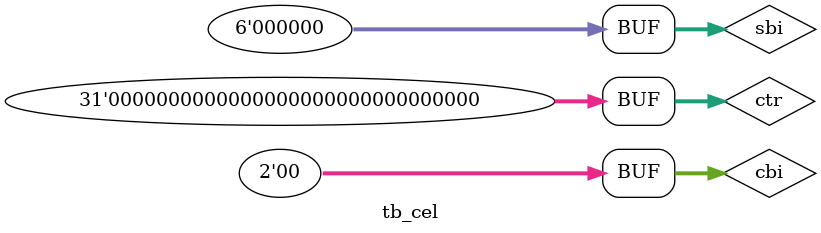
<source format=v>
`timescale 1ns / 1ps



module tb_cel;

	// Inputs
	reg [30:0] ctr;
	reg [1:0] cbi;
	reg [5:0] sbi;

	// Outputs
	wire [1:0] cbo;
	wire [5:0] sbo;

	// Instantiate the Unit Under Test (UUT)
	cel uut (
		.ctr(ctr), 
		.cbi(cbi), 
		.sbi(sbi), 
		.cbo(cbo), 
		.sbo(sbo)
	);

	initial begin
		// Initialize Inputs
		ctr = 0;
		cbi = 0;
		sbi = 0;

		// Wait 100 ns for global reset to finish
		#100;
      		ctr = 999;
		cbi = 3;
		sbi = 1;
		#100
		ctr = 0;
		cbi = 0;
		sbi = 0;
		// Add stimulus here

	end
      
endmodule


</source>
